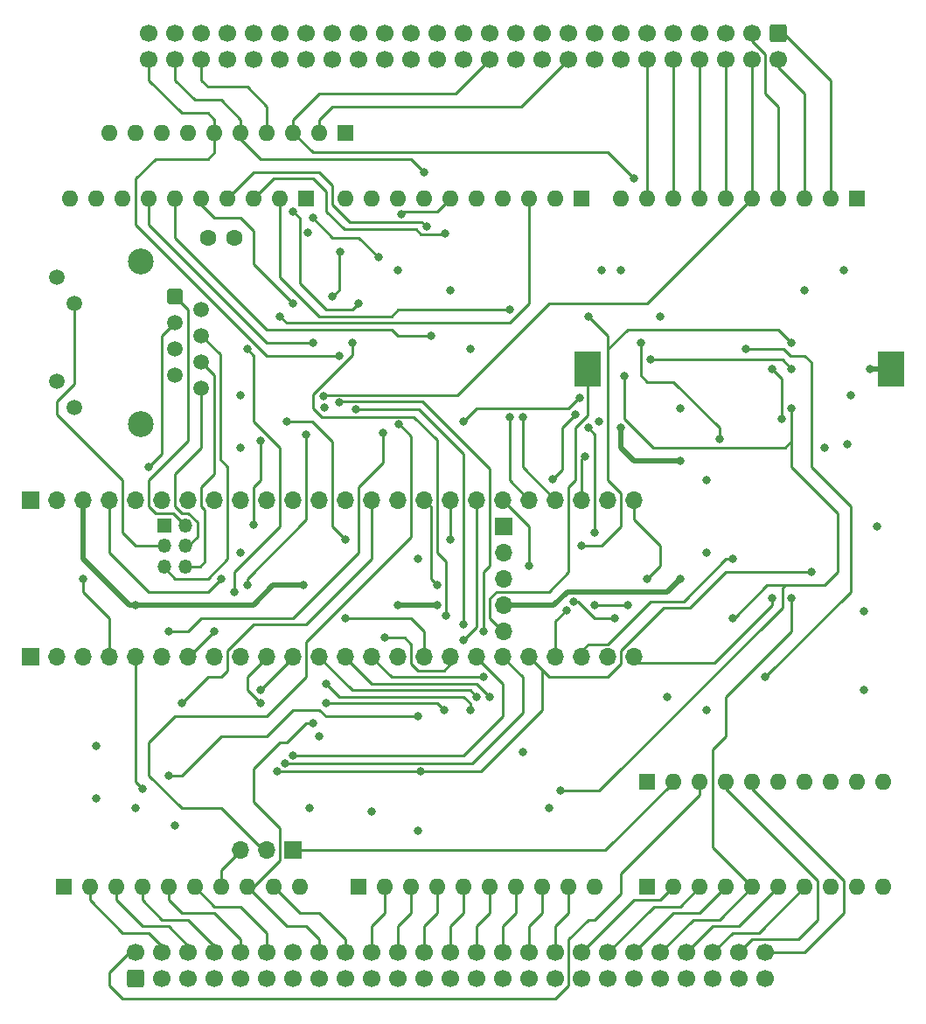
<source format=gbr>
%TF.GenerationSoftware,KiCad,Pcbnew,(6.0.4)*%
%TF.CreationDate,2022-05-21T22:21:05-04:00*%
%TF.ProjectId,pertec_arduino_adapter,70657274-6563-45f6-9172-6475696e6f5f,A*%
%TF.SameCoordinates,Original*%
%TF.FileFunction,Copper,L1,Top*%
%TF.FilePolarity,Positive*%
%FSLAX46Y46*%
G04 Gerber Fmt 4.6, Leading zero omitted, Abs format (unit mm)*
G04 Created by KiCad (PCBNEW (6.0.4)) date 2022-05-21 22:21:05*
%MOMM*%
%LPD*%
G01*
G04 APERTURE LIST*
G04 Aperture macros list*
%AMRoundRect*
0 Rectangle with rounded corners*
0 $1 Rounding radius*
0 $2 $3 $4 $5 $6 $7 $8 $9 X,Y pos of 4 corners*
0 Add a 4 corners polygon primitive as box body*
4,1,4,$2,$3,$4,$5,$6,$7,$8,$9,$2,$3,0*
0 Add four circle primitives for the rounded corners*
1,1,$1+$1,$2,$3*
1,1,$1+$1,$4,$5*
1,1,$1+$1,$6,$7*
1,1,$1+$1,$8,$9*
0 Add four rect primitives between the rounded corners*
20,1,$1+$1,$2,$3,$4,$5,0*
20,1,$1+$1,$4,$5,$6,$7,0*
20,1,$1+$1,$6,$7,$8,$9,0*
20,1,$1+$1,$8,$9,$2,$3,0*%
G04 Aperture macros list end*
%TA.AperFunction,ComponentPad*%
%ADD10RoundRect,0.250500X-0.499500X0.499500X-0.499500X-0.499500X0.499500X-0.499500X0.499500X0.499500X0*%
%TD*%
%TA.AperFunction,ComponentPad*%
%ADD11C,1.500000*%
%TD*%
%TA.AperFunction,ComponentPad*%
%ADD12C,2.500000*%
%TD*%
%TA.AperFunction,ComponentPad*%
%ADD13R,1.700000X1.700000*%
%TD*%
%TA.AperFunction,ComponentPad*%
%ADD14O,1.700000X1.700000*%
%TD*%
%TA.AperFunction,ComponentPad*%
%ADD15RoundRect,0.250000X0.600000X-0.600000X0.600000X0.600000X-0.600000X0.600000X-0.600000X-0.600000X0*%
%TD*%
%TA.AperFunction,ComponentPad*%
%ADD16C,1.700000*%
%TD*%
%TA.AperFunction,ComponentPad*%
%ADD17R,1.350000X1.350000*%
%TD*%
%TA.AperFunction,ComponentPad*%
%ADD18O,1.350000X1.350000*%
%TD*%
%TA.AperFunction,ComponentPad*%
%ADD19R,1.600000X1.600000*%
%TD*%
%TA.AperFunction,ComponentPad*%
%ADD20O,1.600000X1.600000*%
%TD*%
%TA.AperFunction,SMDPad,CuDef*%
%ADD21R,2.540000X3.510000*%
%TD*%
%TA.AperFunction,ComponentPad*%
%ADD22C,1.600000*%
%TD*%
%TA.AperFunction,ComponentPad*%
%ADD23RoundRect,0.250000X-0.600000X0.600000X-0.600000X-0.600000X0.600000X-0.600000X0.600000X0.600000X0*%
%TD*%
%TA.AperFunction,ViaPad*%
%ADD24C,0.800000*%
%TD*%
%TA.AperFunction,Conductor*%
%ADD25C,0.508000*%
%TD*%
%TA.AperFunction,Conductor*%
%ADD26C,0.250000*%
%TD*%
G04 APERTURE END LIST*
D10*
%TO.P,J7,1,TX+*%
%TO.N,ETHERNET_TP*%
X104140000Y-67945000D03*
D11*
%TO.P,J7,2,TXC*%
%TO.N,Net-(C1-Pad1)*%
X106680000Y-69215000D03*
%TO.P,J7,3,TX-*%
%TO.N,ETHERNET_TM*%
X104140000Y-70485000D03*
%TO.P,J7,4,RX+*%
%TO.N,ETHERNET_RP*%
X106680000Y-71755000D03*
%TO.P,J7,5,RXC*%
%TO.N,Net-(C1-Pad1)*%
X104140000Y-73025000D03*
%TO.P,J7,6,RX-*%
%TO.N,ETHERNET_RM*%
X106680000Y-74295000D03*
%TO.P,J7,7,NC*%
%TO.N,unconnected-(J7-Pad7)*%
X104140000Y-75565000D03*
%TO.P,J7,8,GND*%
%TO.N,ETHERNET_G*%
X106680000Y-76835000D03*
%TO.P,J7,9,LEDG_K*%
X92710000Y-66065000D03*
%TO.P,J7,10,LEDG_A*%
%TO.N,ETHERNET_LED*%
X94410000Y-68605000D03*
%TO.P,J7,11,LEDY_K*%
%TO.N,unconnected-(J7-Pad11)*%
X92710000Y-76175000D03*
%TO.P,J7,12,LEDY_A*%
%TO.N,unconnected-(J7-Pad12)*%
X94410000Y-78715000D03*
D12*
%TO.P,J7,13,SHIELD*%
%TO.N,ETHERNET_G*%
X100840000Y-80265000D03*
X100840000Y-64515000D03*
%TD*%
D13*
%TO.P,J4,1,Pin_1*%
%TO.N,+5V*%
X90170000Y-87630000D03*
D14*
%TO.P,J4,2,Pin_2*%
%TO.N,GNDREF*%
X92710000Y-87630000D03*
%TO.P,J4,3,Pin_3*%
%TO.N,+3V3*%
X95250000Y-87630000D03*
%TO.P,J4,4,Pin_4*%
%TO.N,LVIW6*%
X97790000Y-87630000D03*
%TO.P,J4,5,Pin_5*%
%TO.N,LVIW7*%
X100330000Y-87630000D03*
%TO.P,J4,6,Pin_6*%
%TO.N,LVIW4*%
X102870000Y-87630000D03*
%TO.P,J4,7,Pin_7*%
%TO.N,LVIW5*%
X105410000Y-87630000D03*
%TO.P,J4,8,Pin_8*%
%TO.N,LVIR7*%
X107950000Y-87630000D03*
%TO.P,J4,9,Pin_9*%
%TO.N,LVIR6*%
X110490000Y-87630000D03*
%TO.P,J4,10,Pin_10*%
%TO.N,LVIR1*%
X113030000Y-87630000D03*
%TO.P,J4,11,Pin_11*%
%TO.N,LVIR0*%
X115570000Y-87630000D03*
%TO.P,J4,12,Pin_12*%
%TO.N,LVIR4*%
X118110000Y-87630000D03*
%TO.P,J4,13,Pin_13*%
%TO.N,LVIR5*%
X120650000Y-87630000D03*
%TO.P,J4,14,Pin_14*%
%TO.N,LVILWD*%
X123190000Y-87630000D03*
%TO.P,J4,15,Pin_15*%
%TO.N,GNDREF*%
X125730000Y-87630000D03*
%TO.P,J4,16,Pin_16*%
%TO.N,LVIR2*%
X128270000Y-87630000D03*
%TO.P,J4,17,Pin_17*%
%TO.N,LVIR3*%
X130810000Y-87630000D03*
%TO.P,J4,18,Pin_18*%
%TO.N,LVIW2*%
X133350000Y-87630000D03*
%TO.P,J4,19,Pin_19*%
%TO.N,LVIW3*%
X135890000Y-87630000D03*
%TO.P,J4,20,Pin_20*%
%TO.N,LVIWSTR*%
X138430000Y-87630000D03*
%TO.P,J4,21,Pin_21*%
%TO.N,LVIRSTR*%
X140970000Y-87630000D03*
%TO.P,J4,22,Pin_22*%
%TO.N,LVIHER*%
X143510000Y-87630000D03*
%TO.P,J4,23,Pin_23*%
%TO.N,LVICER*%
X146050000Y-87630000D03*
%TO.P,J4,24,Pin_24*%
%TO.N,LVIFBY*%
X148590000Y-87630000D03*
%TD*%
D13*
%TO.P,JP1,1,A*%
%TO.N,Net-(JP1-Pad1)*%
X115570000Y-121545766D03*
D14*
%TO.P,JP1,2,C*%
%TO.N,ISGL*%
X113030000Y-121545766D03*
%TO.P,JP1,3,B*%
%TO.N,Net-(JP1-Pad3)*%
X110490000Y-121545766D03*
%TD*%
D15*
%TO.P,J1,1,Pin_1*%
%TO.N,GNDREF*%
X100325000Y-133985000D03*
D16*
%TO.P,J1,2,Pin_2*%
%TO.N,IFBY*%
X100325000Y-131445000D03*
%TO.P,J1,3,Pin_3*%
%TO.N,GNDREF*%
X102865000Y-133985000D03*
%TO.P,J1,4,Pin_4*%
%TO.N,ILWD*%
X102865000Y-131445000D03*
%TO.P,J1,5,Pin_5*%
%TO.N,GNDREF*%
X105405000Y-133985000D03*
%TO.P,J1,6,Pin_6*%
%TO.N,IW4*%
X105405000Y-131445000D03*
%TO.P,J1,7,Pin_7*%
%TO.N,GNDREF*%
X107945000Y-133985000D03*
%TO.P,J1,8,Pin_8*%
%TO.N,IGO*%
X107945000Y-131445000D03*
%TO.P,J1,9,Pin_9*%
%TO.N,GNDREF*%
X110485000Y-133985000D03*
%TO.P,J1,10,Pin_10*%
%TO.N,IW0*%
X110485000Y-131445000D03*
%TO.P,J1,11,Pin_11*%
%TO.N,GNDREF*%
X113025000Y-133985000D03*
%TO.P,J1,12,Pin_12*%
%TO.N,IW1*%
X113025000Y-131445000D03*
%TO.P,J1,13,Pin_13*%
%TO.N,GNDREF*%
X115565000Y-133985000D03*
%TO.P,J1,14,Pin_14*%
%TO.N,ISGL*%
X115565000Y-131445000D03*
%TO.P,J1,15,Pin_15*%
%TO.N,GNDREF*%
X118105000Y-133985000D03*
%TO.P,J1,16,Pin_16*%
%TO.N,ILOL*%
X118105000Y-131445000D03*
%TO.P,J1,17,Pin_17*%
%TO.N,GNDREF*%
X120645000Y-133985000D03*
%TO.P,J1,18,Pin_18*%
%TO.N,IREV*%
X120645000Y-131445000D03*
%TO.P,J1,19,Pin_19*%
%TO.N,GNDREF*%
X123185000Y-133985000D03*
%TO.P,J1,20,Pin_20*%
%TO.N,IREW*%
X123185000Y-131445000D03*
%TO.P,J1,21,Pin_21*%
%TO.N,GNDREF*%
X125725000Y-133985000D03*
%TO.P,J1,22,Pin_22*%
%TO.N,IWP*%
X125725000Y-131445000D03*
%TO.P,J1,23,Pin_23*%
%TO.N,GNDREF*%
X128265000Y-133985000D03*
%TO.P,J1,24,Pin_24*%
%TO.N,IW7*%
X128265000Y-131445000D03*
%TO.P,J1,25,Pin_25*%
%TO.N,GNDREF*%
X130805000Y-133985000D03*
%TO.P,J1,26,Pin_26*%
%TO.N,IW3*%
X130805000Y-131445000D03*
%TO.P,J1,27,Pin_27*%
%TO.N,GNDREF*%
X133345000Y-133985000D03*
%TO.P,J1,28,Pin_28*%
%TO.N,IW6*%
X133345000Y-131445000D03*
%TO.P,J1,29,Pin_29*%
%TO.N,GNDREF*%
X135885000Y-133985000D03*
%TO.P,J1,30,Pin_30*%
%TO.N,IW2*%
X135885000Y-131445000D03*
%TO.P,J1,31,Pin_31*%
%TO.N,GNDREF*%
X138425000Y-133985000D03*
%TO.P,J1,32,Pin_32*%
%TO.N,IW5*%
X138425000Y-131445000D03*
%TO.P,J1,33,Pin_33*%
%TO.N,GNDREF*%
X140965000Y-133985000D03*
%TO.P,J1,34,Pin_34*%
%TO.N,IWRT*%
X140965000Y-131445000D03*
%TO.P,J1,35,Pin_35*%
%TO.N,GNDREF*%
X143505000Y-133985000D03*
%TO.P,J1,36,Pin_36*%
%TO.N,IRTH2*%
X143505000Y-131445000D03*
%TO.P,J1,37,Pin_37*%
%TO.N,GNDREF*%
X146045000Y-133985000D03*
%TO.P,J1,38,Pin_38*%
%TO.N,IEDIT*%
X146045000Y-131445000D03*
%TO.P,J1,39,Pin_39*%
%TO.N,GNDREF*%
X148585000Y-133985000D03*
%TO.P,J1,40,Pin_40*%
%TO.N,IERASE*%
X148585000Y-131445000D03*
%TO.P,J1,41,Pin_41*%
%TO.N,GNDREF*%
X151125000Y-133985000D03*
%TO.P,J1,42,Pin_42*%
%TO.N,IWFM*%
X151125000Y-131445000D03*
%TO.P,J1,43,Pin_43*%
%TO.N,GNDREF*%
X153665000Y-133985000D03*
%TO.P,J1,44,Pin_44*%
%TO.N,IRTH1*%
X153665000Y-131445000D03*
%TO.P,J1,45,Pin_45*%
%TO.N,GNDREF*%
X156205000Y-133985000D03*
%TO.P,J1,46,Pin_46*%
%TO.N,ITAD0*%
X156205000Y-131445000D03*
%TO.P,J1,47,Pin_47*%
%TO.N,GNDREF*%
X158745000Y-133985000D03*
%TO.P,J1,48,Pin_48*%
%TO.N,IR2*%
X158745000Y-131445000D03*
%TO.P,J1,49,Pin_49*%
%TO.N,GNDREF*%
X161285000Y-133985000D03*
%TO.P,J1,50,Pin_50*%
%TO.N,IR3*%
X161285000Y-131445000D03*
%TD*%
D17*
%TO.P,J3,1,Pin_1*%
%TO.N,ETHERNET_TM*%
X103108000Y-90080000D03*
D18*
%TO.P,J3,2,Pin_2*%
%TO.N,ETHERNET_TP*%
X105108000Y-90080000D03*
%TO.P,J3,3,Pin_3*%
%TO.N,ETHERNET_LED*%
X103108000Y-92080000D03*
%TO.P,J3,4,Pin_4*%
%TO.N,ETHERNET_G*%
X105108000Y-92080000D03*
%TO.P,J3,5,Pin_5*%
%TO.N,ETHERNET_RP*%
X103108000Y-94080000D03*
%TO.P,J3,6,Pin_6*%
%TO.N,ETHERNET_RM*%
X105108000Y-94080000D03*
%TD*%
D19*
%TO.P,RN5,1,1*%
%TO.N,GNDREF*%
X93345000Y-125095000D03*
D20*
%TO.P,RN5,2,2*%
%TO.N,ILWD*%
X95885000Y-125095000D03*
%TO.P,RN5,3,3*%
%TO.N,IW4*%
X98425000Y-125095000D03*
%TO.P,RN5,4,4*%
%TO.N,IGO*%
X100965000Y-125095000D03*
%TO.P,RN5,5,5*%
%TO.N,IW0*%
X103505000Y-125095000D03*
%TO.P,RN5,6,6*%
%TO.N,IW1*%
X106045000Y-125095000D03*
%TO.P,RN5,7,7*%
%TO.N,Net-(JP1-Pad3)*%
X108585000Y-125095000D03*
%TO.P,RN5,8,8*%
%TO.N,ILOL*%
X111125000Y-125095000D03*
%TO.P,RN5,9,9*%
%TO.N,IREV*%
X113665000Y-125095000D03*
%TO.P,RN5,10,10*%
%TO.N,+5V*%
X116205000Y-125095000D03*
%TD*%
D13*
%TO.P,J5,1,Pin_1*%
%TO.N,GNDREF*%
X90180000Y-102845000D03*
D14*
%TO.P,J5,2,Pin_2*%
%TO.N,LVIFMK*%
X92720000Y-102845000D03*
%TO.P,J5,3,Pin_3*%
%TO.N,LVIRP*%
X95260000Y-102845000D03*
%TO.P,J5,4,Pin_4*%
%TO.N,LVIRDY*%
X97800000Y-102845000D03*
%TO.P,J5,5,Pin_5*%
%TO.N,DIRA*%
X100340000Y-102845000D03*
%TO.P,J5,6,Pin_6*%
%TO.N,LVIDBY*%
X102880000Y-102845000D03*
%TO.P,J5,7,Pin_7*%
%TO.N,~{LPI2C4_INT}*%
X105420000Y-102845000D03*
%TO.P,J5,8,Pin_8*%
%TO.N,LVIGO*%
X107960000Y-102845000D03*
%TO.P,J5,9,Pin_9*%
%TO.N,LVIWP*%
X110500000Y-102845000D03*
%TO.P,J5,10,Pin_10*%
%TO.N,LVIREW*%
X113040000Y-102845000D03*
%TO.P,J5,11,Pin_11*%
%TO.N,LVIREV*%
X115580000Y-102845000D03*
%TO.P,J5,12,Pin_12*%
%TO.N,LVIWRT*%
X118120000Y-102845000D03*
%TO.P,J5,13,Pin_13*%
%TO.N,LVIEDIT*%
X120660000Y-102845000D03*
%TO.P,J5,14,Pin_14*%
%TO.N,LVIERASE*%
X123200000Y-102845000D03*
%TO.P,J5,15,Pin_15*%
%TO.N,+3V3*%
X125740000Y-102845000D03*
%TO.P,J5,16,Pin_16*%
%TO.N,LPI2C4_SCL*%
X128280000Y-102845000D03*
%TO.P,J5,17,Pin_17*%
%TO.N,LPI2C4_SDA*%
X130820000Y-102845000D03*
%TO.P,J5,18,Pin_18*%
%TO.N,LVIW1*%
X133360000Y-102845000D03*
%TO.P,J5,19,Pin_19*%
%TO.N,LVIW0*%
X135900000Y-102845000D03*
%TO.P,J5,20,Pin_20*%
%TO.N,DIRB*%
X138440000Y-102845000D03*
%TO.P,J5,21,Pin_21*%
%TO.N,OEA*%
X140980000Y-102845000D03*
%TO.P,J5,22,Pin_22*%
%TO.N,LVIOFL*%
X143520000Y-102845000D03*
%TO.P,J5,23,Pin_23*%
%TO.N,LVIEOT*%
X146060000Y-102845000D03*
%TO.P,J5,24,Pin_24*%
%TO.N,LVIWFM*%
X148600000Y-102845000D03*
%TD*%
D21*
%TO.P,BT1,1,+*%
%TO.N,Net-(BT1-Pad1)*%
X144070000Y-74930000D03*
%TO.P,BT1,2,-*%
%TO.N,GNDREF*%
X173430000Y-74930000D03*
%TD*%
D19*
%TO.P,RN8,1,1*%
%TO.N,GNDREF*%
X120650000Y-52070000D03*
D20*
%TO.P,RN8,2,2*%
%TO.N,IFEN*%
X118110000Y-52070000D03*
%TO.P,RN8,3,3*%
%TO.N,IOFL*%
X115570000Y-52070000D03*
%TO.P,RN8,4,4*%
%TO.N,ITAD1*%
X113030000Y-52070000D03*
%TO.P,RN8,5,5*%
%TO.N,IFAD*%
X110490000Y-52070000D03*
%TO.P,RN8,6,6*%
%TO.N,IDEN*%
X107950000Y-52070000D03*
%TO.P,RN8,7,7*%
%TO.N,unconnected-(RN8-Pad7)*%
X105410000Y-52070000D03*
%TO.P,RN8,8,8*%
%TO.N,unconnected-(RN8-Pad8)*%
X102870000Y-52070000D03*
%TO.P,RN8,9,9*%
%TO.N,unconnected-(RN8-Pad9)*%
X100330000Y-52070000D03*
%TO.P,RN8,10,10*%
%TO.N,+5V*%
X97790000Y-52070000D03*
%TD*%
D19*
%TO.P,RN1,1,1*%
%TO.N,GNDREF*%
X170175000Y-58420000D03*
D20*
%TO.P,RN1,2,2*%
%TO.N,IRP*%
X167635000Y-58420000D03*
%TO.P,RN1,3,3*%
%TO.N,IR0*%
X165095000Y-58420000D03*
%TO.P,RN1,4,4*%
%TO.N,IR1*%
X162555000Y-58420000D03*
%TO.P,RN1,5,5*%
%TO.N,ILDP*%
X160015000Y-58420000D03*
%TO.P,RN1,6,6*%
%TO.N,IR4*%
X157475000Y-58420000D03*
%TO.P,RN1,7,7*%
%TO.N,IR7*%
X154935000Y-58420000D03*
%TO.P,RN1,8,8*%
%TO.N,IR6*%
X152395000Y-58420000D03*
%TO.P,RN1,9,9*%
%TO.N,IHER*%
X149855000Y-58420000D03*
%TO.P,RN1,10,10*%
%TO.N,+5V*%
X147315000Y-58420000D03*
%TD*%
D19*
%TO.P,RN4,1,1*%
%TO.N,GNDREF*%
X149860000Y-114935000D03*
D20*
%TO.P,RN4,2,2*%
%TO.N,Net-(JP1-Pad1)*%
X152400000Y-114935000D03*
%TO.P,RN4,3,3*%
%TO.N,IFBY*%
X154940000Y-114935000D03*
%TO.P,RN4,4,4*%
%TO.N,IR2*%
X157480000Y-114935000D03*
%TO.P,RN4,5,5*%
%TO.N,IR3*%
X160020000Y-114935000D03*
%TO.P,RN4,6,6*%
%TO.N,unconnected-(RN4-Pad6)*%
X162560000Y-114935000D03*
%TO.P,RN4,7,7*%
%TO.N,unconnected-(RN4-Pad7)*%
X165100000Y-114935000D03*
%TO.P,RN4,8,8*%
%TO.N,unconnected-(RN4-Pad8)*%
X167640000Y-114935000D03*
%TO.P,RN4,9,9*%
%TO.N,unconnected-(RN4-Pad9)*%
X170180000Y-114935000D03*
%TO.P,RN4,10,10*%
%TO.N,+5V*%
X172720000Y-114935000D03*
%TD*%
D19*
%TO.P,RN7,1,1*%
%TO.N,GNDREF*%
X149860000Y-125095000D03*
D20*
%TO.P,RN7,2,2*%
%TO.N,IRTH2*%
X152400000Y-125095000D03*
%TO.P,RN7,3,3*%
%TO.N,IEDIT*%
X154940000Y-125095000D03*
%TO.P,RN7,4,4*%
%TO.N,IERASE*%
X157480000Y-125095000D03*
%TO.P,RN7,5,5*%
%TO.N,IWFM*%
X160020000Y-125095000D03*
%TO.P,RN7,6,6*%
%TO.N,IRTH1*%
X162560000Y-125095000D03*
%TO.P,RN7,7,7*%
%TO.N,ITAD0*%
X165100000Y-125095000D03*
%TO.P,RN7,8,8*%
%TO.N,unconnected-(RN7-Pad8)*%
X167640000Y-125095000D03*
%TO.P,RN7,9,9*%
%TO.N,unconnected-(RN7-Pad9)*%
X170180000Y-125095000D03*
%TO.P,RN7,10,10*%
%TO.N,+5V*%
X172720000Y-125095000D03*
%TD*%
D22*
%TO.P,C1,1*%
%TO.N,Net-(C1-Pad1)*%
X109855000Y-62230000D03*
%TO.P,C1,2*%
%TO.N,ETHERNET_G*%
X107315000Y-62230000D03*
%TD*%
D19*
%TO.P,RN2,1,1*%
%TO.N,GNDREF*%
X143505000Y-58420000D03*
D20*
%TO.P,RN2,2,2*%
%TO.N,IFMK*%
X140965000Y-58420000D03*
%TO.P,RN2,3,3*%
%TO.N,IDENT*%
X138425000Y-58420000D03*
%TO.P,RN2,4,4*%
%TO.N,IR5*%
X135885000Y-58420000D03*
%TO.P,RN2,5,5*%
%TO.N,IEOT*%
X133345000Y-58420000D03*
%TO.P,RN2,6,6*%
%TO.N,INRZ*%
X130805000Y-58420000D03*
%TO.P,RN2,7,7*%
%TO.N,IRDY*%
X128265000Y-58420000D03*
%TO.P,RN2,8,8*%
%TO.N,IRWD*%
X125725000Y-58420000D03*
%TO.P,RN2,9,9*%
%TO.N,IFPT*%
X123185000Y-58420000D03*
%TO.P,RN2,10,10*%
%TO.N,+5V*%
X120645000Y-58420000D03*
%TD*%
D19*
%TO.P,RN3,1,1*%
%TO.N,GNDREF*%
X116840000Y-58420000D03*
D20*
%TO.P,RN3,2,2*%
%TO.N,IRSTR*%
X114300000Y-58420000D03*
%TO.P,RN3,3,3*%
%TO.N,IWSTR*%
X111760000Y-58420000D03*
%TO.P,RN3,4,4*%
%TO.N,IDBY*%
X109220000Y-58420000D03*
%TO.P,RN3,5,5*%
%TO.N,ISPEED*%
X106680000Y-58420000D03*
%TO.P,RN3,6,6*%
%TO.N,ICER*%
X104140000Y-58420000D03*
%TO.P,RN3,7,7*%
%TO.N,IONL*%
X101600000Y-58420000D03*
%TO.P,RN3,8,8*%
%TO.N,unconnected-(RN3-Pad8)*%
X99060000Y-58420000D03*
%TO.P,RN3,9,9*%
%TO.N,unconnected-(RN3-Pad9)*%
X96520000Y-58420000D03*
%TO.P,RN3,10,10*%
%TO.N,+5V*%
X93980000Y-58420000D03*
%TD*%
D13*
%TO.P,J6,1,Pin_1*%
%TO.N,unconnected-(J6-Pad1)*%
X135915000Y-90200000D03*
D14*
%TO.P,J6,2,Pin_2*%
%TO.N,unconnected-(J6-Pad2)*%
X135915000Y-92740000D03*
%TO.P,J6,3,Pin_3*%
%TO.N,GNDREF*%
X135915000Y-95280000D03*
%TO.P,J6,4,Pin_4*%
%TO.N,+3V3*%
X135915000Y-97820000D03*
%TO.P,J6,5,Pin_5*%
%TO.N,Net-(BT1-Pad1)*%
X135915000Y-100360000D03*
%TD*%
D19*
%TO.P,RN6,1,1*%
%TO.N,GNDREF*%
X121920000Y-125095000D03*
D20*
%TO.P,RN6,2,2*%
%TO.N,IREW*%
X124460000Y-125095000D03*
%TO.P,RN6,3,3*%
%TO.N,IWP*%
X127000000Y-125095000D03*
%TO.P,RN6,4,4*%
%TO.N,IW7*%
X129540000Y-125095000D03*
%TO.P,RN6,5,5*%
%TO.N,IW3*%
X132080000Y-125095000D03*
%TO.P,RN6,6,6*%
%TO.N,IW6*%
X134620000Y-125095000D03*
%TO.P,RN6,7,7*%
%TO.N,IW2*%
X137160000Y-125095000D03*
%TO.P,RN6,8,8*%
%TO.N,IW5*%
X139700000Y-125095000D03*
%TO.P,RN6,9,9*%
%TO.N,IWRT*%
X142240000Y-125095000D03*
%TO.P,RN6,10,10*%
%TO.N,+5V*%
X144780000Y-125095000D03*
%TD*%
D23*
%TO.P,J2,1,Pin_1*%
%TO.N,IRP*%
X162565000Y-42427500D03*
D16*
%TO.P,J2,2,Pin_2*%
%TO.N,IR0*%
X162565000Y-44967500D03*
%TO.P,J2,3,Pin_3*%
%TO.N,IR1*%
X160025000Y-42427500D03*
%TO.P,J2,4,Pin_4*%
%TO.N,ILDP*%
X160025000Y-44967500D03*
%TO.P,J2,5,Pin_5*%
%TO.N,GNDREF*%
X157485000Y-42427500D03*
%TO.P,J2,6,Pin_6*%
%TO.N,IR4*%
X157485000Y-44967500D03*
%TO.P,J2,7,Pin_7*%
%TO.N,GNDREF*%
X154945000Y-42427500D03*
%TO.P,J2,8,Pin_8*%
%TO.N,IR7*%
X154945000Y-44967500D03*
%TO.P,J2,9,Pin_9*%
%TO.N,GNDREF*%
X152405000Y-42427500D03*
%TO.P,J2,10,Pin_10*%
%TO.N,IR6*%
X152405000Y-44967500D03*
%TO.P,J2,11,Pin_11*%
%TO.N,GNDREF*%
X149865000Y-42427500D03*
%TO.P,J2,12,Pin_12*%
%TO.N,IHER*%
X149865000Y-44967500D03*
%TO.P,J2,13,Pin_13*%
%TO.N,GNDREF*%
X147325000Y-42427500D03*
%TO.P,J2,14,Pin_14*%
%TO.N,IFMK*%
X147325000Y-44967500D03*
%TO.P,J2,15,Pin_15*%
%TO.N,GNDREF*%
X144785000Y-42427500D03*
%TO.P,J2,16,Pin_16*%
%TO.N,IDENT*%
X144785000Y-44967500D03*
%TO.P,J2,17,Pin_17*%
%TO.N,GNDREF*%
X142245000Y-42427500D03*
%TO.P,J2,18,Pin_18*%
%TO.N,IFEN*%
X142245000Y-44967500D03*
%TO.P,J2,19,Pin_19*%
%TO.N,GNDREF*%
X139705000Y-42427500D03*
%TO.P,J2,20,Pin_20*%
%TO.N,IR5*%
X139705000Y-44967500D03*
%TO.P,J2,21,Pin_21*%
%TO.N,GNDREF*%
X137165000Y-42427500D03*
%TO.P,J2,22,Pin_22*%
%TO.N,IEOT*%
X137165000Y-44967500D03*
%TO.P,J2,23,Pin_23*%
%TO.N,GNDREF*%
X134625000Y-42427500D03*
%TO.P,J2,24,Pin_24*%
%TO.N,IOFL*%
X134625000Y-44967500D03*
%TO.P,J2,25,Pin_25*%
%TO.N,GNDREF*%
X132085000Y-42427500D03*
%TO.P,J2,26,Pin_26*%
%TO.N,INRZ*%
X132085000Y-44967500D03*
%TO.P,J2,27,Pin_27*%
%TO.N,GNDREF*%
X129545000Y-42427500D03*
%TO.P,J2,28,Pin_28*%
%TO.N,IRDY*%
X129545000Y-44967500D03*
%TO.P,J2,29,Pin_29*%
%TO.N,GNDREF*%
X127005000Y-42427500D03*
%TO.P,J2,30,Pin_30*%
%TO.N,IRWD*%
X127005000Y-44967500D03*
%TO.P,J2,31,Pin_31*%
%TO.N,GNDREF*%
X124465000Y-42427500D03*
%TO.P,J2,32,Pin_32*%
%TO.N,IFPT*%
X124465000Y-44967500D03*
%TO.P,J2,33,Pin_33*%
%TO.N,GNDREF*%
X121925000Y-42427500D03*
%TO.P,J2,34,Pin_34*%
%TO.N,IRSTR*%
X121925000Y-44967500D03*
%TO.P,J2,35,Pin_35*%
%TO.N,GNDREF*%
X119385000Y-42427500D03*
%TO.P,J2,36,Pin_36*%
%TO.N,IWSTR*%
X119385000Y-44967500D03*
%TO.P,J2,37,Pin_37*%
%TO.N,GNDREF*%
X116845000Y-42427500D03*
%TO.P,J2,38,Pin_38*%
%TO.N,IDBY*%
X116845000Y-44967500D03*
%TO.P,J2,39,Pin_39*%
%TO.N,GNDREF*%
X114305000Y-42427500D03*
%TO.P,J2,40,Pin_40*%
%TO.N,ISPEED*%
X114305000Y-44967500D03*
%TO.P,J2,41,Pin_41*%
%TO.N,GNDREF*%
X111765000Y-42427500D03*
%TO.P,J2,42,Pin_42*%
%TO.N,ICER*%
X111765000Y-44967500D03*
%TO.P,J2,43,Pin_43*%
%TO.N,GNDREF*%
X109225000Y-42427500D03*
%TO.P,J2,44,Pin_44*%
%TO.N,IONL*%
X109225000Y-44967500D03*
%TO.P,J2,45,Pin_45*%
%TO.N,GNDREF*%
X106685000Y-42427500D03*
%TO.P,J2,46,Pin_46*%
%TO.N,ITAD1*%
X106685000Y-44967500D03*
%TO.P,J2,47,Pin_47*%
%TO.N,GNDREF*%
X104145000Y-42427500D03*
%TO.P,J2,48,Pin_48*%
%TO.N,IFAD*%
X104145000Y-44967500D03*
%TO.P,J2,49,Pin_49*%
%TO.N,GNDREF*%
X101605000Y-42427500D03*
%TO.P,J2,50,Pin_50*%
%TO.N,IDEN*%
X101605000Y-44967500D03*
%TD*%
D24*
%TO.N,GNDREF*%
X155575000Y-92710000D03*
X168910000Y-65405000D03*
X140335000Y-117475000D03*
X170815000Y-106045000D03*
X110490000Y-82550000D03*
X130810000Y-67310000D03*
X145415000Y-65405000D03*
X145187051Y-80065824D03*
X96520000Y-111442500D03*
X169545000Y-77470000D03*
X132715000Y-73025000D03*
X151130000Y-69850000D03*
X167005000Y-82550000D03*
X96520000Y-116522500D03*
X125730000Y-65405000D03*
X117187500Y-117445000D03*
X171450000Y-74930000D03*
X116950845Y-61742612D03*
X127635000Y-119697500D03*
X155575000Y-85725000D03*
X118619395Y-78698131D03*
X170815000Y-98425000D03*
X153035000Y-78740000D03*
X151765000Y-106680000D03*
X118110000Y-110490000D03*
X104140000Y-119134891D03*
X172085000Y-90170000D03*
X137795000Y-112077500D03*
%TO.N,ISGL*%
X125806758Y-80317032D03*
%TO.N,ILOL*%
X116840000Y-81280000D03*
X117475000Y-109220000D03*
X111125000Y-95885000D03*
%TO.N,IRTH2*%
X121661813Y-78837692D03*
X132080000Y-99695000D03*
%TO.N,IWFM*%
X163830000Y-97155000D03*
%TO.N,IRTH1*%
X120015000Y-78209670D03*
X133985000Y-100330000D03*
%TO.N,ITAD0*%
X121285000Y-72390000D03*
X130397734Y-98846081D03*
%TO.N,ILDP*%
X118549615Y-77567692D03*
%TO.N,IDENT*%
X114300000Y-69850000D03*
%TO.N,IFEN*%
X121920000Y-68580000D03*
X115570000Y-59690000D03*
%TO.N,IOFL*%
X156844999Y-81698681D03*
X149225000Y-72390000D03*
X148590000Y-56515000D03*
%TO.N,INRZ*%
X126085879Y-59984150D03*
%TO.N,IFPT*%
X119380000Y-67945000D03*
X120158138Y-63634431D03*
%TO.N,IRSTR*%
X136525000Y-69215000D03*
%TO.N,IWSTR*%
X130299530Y-61837620D03*
%TO.N,IDBY*%
X128474509Y-61193495D03*
%TO.N,ISPEED*%
X115570000Y-68580000D03*
%TO.N,ICER*%
X128905000Y-71755000D03*
X159385000Y-73025000D03*
X161290000Y-104775000D03*
%TO.N,IONL*%
X117475000Y-72390000D03*
%TO.N,ITAD1*%
X117475000Y-60325000D03*
X123825000Y-64135000D03*
%TO.N,IFAD*%
X128270000Y-55880000D03*
%TO.N,IDEN*%
X120015000Y-73660000D03*
%TO.N,+3V3*%
X116537812Y-95914251D03*
X147320000Y-80645000D03*
X153035000Y-83820000D03*
X125730000Y-97790000D03*
X129540000Y-97790000D03*
X153035000Y-95250000D03*
X100330000Y-97790000D03*
%TO.N,ETHERNET_TM*%
X101600000Y-84455000D03*
%TO.N,+5V*%
X100330000Y-117475000D03*
X123190000Y-117792500D03*
X147320000Y-65405000D03*
X110490000Y-92710000D03*
X110490000Y-77470000D03*
X127635000Y-93345000D03*
X165100000Y-67310000D03*
X169227500Y-82232500D03*
X155575000Y-107950000D03*
%TO.N,Net-(Q1-Pad3)*%
X111744731Y-90057993D03*
X112395000Y-81915000D03*
%TO.N,LVIW6*%
X130175000Y-107950000D03*
X118745000Y-107315000D03*
X108585000Y-95250000D03*
%TO.N,Net-(Q2-Pad3)*%
X114935000Y-80010000D03*
X120650000Y-91440000D03*
%TO.N,LVIW7*%
X103505000Y-114300000D03*
X127635000Y-108585000D03*
%TO.N,LVIW5*%
X132715000Y-107950000D03*
X118745000Y-105410000D03*
%TO.N,LVIR1*%
X162846098Y-79751813D03*
X161925000Y-74930000D03*
%TO.N,LVIR5*%
X142875000Y-79375000D03*
X140655989Y-85627307D03*
%TO.N,LVILWD*%
X104775000Y-107315000D03*
%TO.N,LVIR2*%
X129540000Y-95885000D03*
X147955000Y-97790000D03*
X144780000Y-97790000D03*
%TO.N,LVIR3*%
X142709521Y-97452064D03*
X146685000Y-99060000D03*
X130810000Y-91440000D03*
%TO.N,LVIW2*%
X132059065Y-101216208D03*
%TO.N,LVIW3*%
X138430000Y-93980000D03*
%TO.N,LVIWSTR*%
X136552912Y-79654120D03*
%TO.N,LVIRSTR*%
X137795000Y-79612252D03*
%TO.N,LVIHER*%
X143789120Y-83394340D03*
%TO.N,LVIFBY*%
X149860000Y-95250000D03*
%TO.N,LVIFMK*%
X132080000Y-80010000D03*
X143330897Y-77723534D03*
%TO.N,LVIRP*%
X150146098Y-74022857D03*
X163830000Y-74930000D03*
%TO.N,LVIRDY*%
X95250000Y-95250000D03*
%TO.N,DIRA*%
X100965000Y-115570000D03*
X158115000Y-99060000D03*
X141441709Y-115794974D03*
X163830000Y-78740000D03*
X147634010Y-75669670D03*
%TO.N,LVIDBY*%
X124278571Y-81175329D03*
X103505000Y-100330000D03*
%TO.N,~{LPI2C4_INT}*%
X109855000Y-96520000D03*
X107950000Y-100330000D03*
X111125000Y-73025000D03*
%TO.N,LVIREW*%
X112395000Y-107315000D03*
%TO.N,LVIREV*%
X112395000Y-106045000D03*
%TO.N,LVIWRT*%
X133350000Y-106680000D03*
%TO.N,LVIEDIT*%
X134620000Y-106680000D03*
%TO.N,LVIERASE*%
X133985000Y-104775000D03*
%TO.N,LPI2C4_SCL*%
X120650000Y-99060000D03*
%TO.N,LPI2C4_SDA*%
X124460000Y-100965000D03*
%TO.N,LVIW1*%
X115570000Y-112395000D03*
%TO.N,LVIW0*%
X114823351Y-113148626D03*
%TO.N,DIRB*%
X127930309Y-113895274D03*
X114055769Y-113881318D03*
X165735000Y-94615000D03*
%TO.N,OEA*%
X142047605Y-98297401D03*
X144145000Y-69850000D03*
X163830000Y-72390000D03*
X143510000Y-92075000D03*
%TO.N,LVIOFL*%
X158115000Y-93345000D03*
%TO.N,LVIEOT*%
X144780000Y-90805000D03*
X144145000Y-80645000D03*
%TO.N,LVIWFM*%
X161925000Y-97155000D03*
%TD*%
D25*
%TO.N,GNDREF*%
X173430000Y-74930000D02*
X171450000Y-74930000D01*
D26*
%TO.N,IFBY*%
X99060000Y-135890000D02*
X140970000Y-135890000D01*
X147320000Y-125730000D02*
X147320000Y-123825000D01*
X97790000Y-133350000D02*
X97790000Y-134620000D01*
X147320000Y-123825000D02*
X154940000Y-116205000D01*
X154940000Y-116205000D02*
X154940000Y-114935000D01*
X140970000Y-135890000D02*
X142240000Y-134620000D01*
X99695000Y-131445000D02*
X97790000Y-133350000D01*
X144780000Y-128270000D02*
X147320000Y-125730000D01*
X142240000Y-130175000D02*
X144145000Y-128270000D01*
X97790000Y-134620000D02*
X99060000Y-135890000D01*
X142240000Y-134620000D02*
X142240000Y-130175000D01*
X144145000Y-128270000D02*
X144780000Y-128270000D01*
%TO.N,ILWD*%
X99060000Y-129540000D02*
X101600000Y-129540000D01*
X95885000Y-126365000D02*
X99060000Y-129540000D01*
X95885000Y-125095000D02*
X95885000Y-126365000D01*
X101600000Y-129540000D02*
X102870000Y-130810000D01*
%TO.N,IW4*%
X103505000Y-128905000D02*
X105410000Y-130810000D01*
X98425000Y-125095000D02*
X98425000Y-126365000D01*
X98425000Y-126365000D02*
X100965000Y-128905000D01*
X100965000Y-128905000D02*
X103505000Y-128905000D01*
%TO.N,IGO*%
X100965000Y-126365000D02*
X102870000Y-128270000D01*
X105410000Y-128270000D02*
X107950000Y-130810000D01*
X102870000Y-128270000D02*
X105410000Y-128270000D01*
X100965000Y-125095000D02*
X100965000Y-126365000D01*
%TO.N,IW0*%
X107950000Y-127635000D02*
X110490000Y-130175000D01*
X103505000Y-126365000D02*
X104775000Y-127635000D01*
X103505000Y-125095000D02*
X103505000Y-126365000D01*
X110490000Y-130175000D02*
X110490000Y-131445000D01*
X104775000Y-127635000D02*
X107950000Y-127635000D01*
%TO.N,IW1*%
X110490000Y-127000000D02*
X113030000Y-129540000D01*
X113030000Y-129540000D02*
X113030000Y-131445000D01*
X106045000Y-125095000D02*
X107950000Y-127000000D01*
X107950000Y-127000000D02*
X110490000Y-127000000D01*
%TO.N,ISGL*%
X101600000Y-114300000D02*
X104775000Y-117475000D01*
X108585000Y-117475000D02*
X112478736Y-121368736D01*
X127000000Y-81468407D02*
X127000000Y-91248005D01*
X116840000Y-101408005D02*
X116840000Y-104775000D01*
X125848625Y-80317032D02*
X127000000Y-81468407D01*
X113030000Y-108585000D02*
X104140000Y-108585000D01*
X104775000Y-117475000D02*
X108585000Y-117475000D01*
X127000000Y-91248005D02*
X116840000Y-101408005D01*
X116840000Y-104775000D02*
X113030000Y-108585000D01*
X104140000Y-108585000D02*
X101600000Y-111125000D01*
X101600000Y-111125000D02*
X101600000Y-114300000D01*
X125806758Y-80317032D02*
X125848625Y-80317032D01*
%TO.N,ILOL*%
X116840000Y-109220000D02*
X114935000Y-111125000D01*
X117475000Y-109220000D02*
X116840000Y-109220000D01*
X116840000Y-89535000D02*
X111125000Y-95250000D01*
X111760000Y-113665000D02*
X111760000Y-116840000D01*
X116840000Y-81280000D02*
X116840000Y-89535000D01*
X111125000Y-95250000D02*
X111125000Y-95885000D01*
X111125000Y-125095000D02*
X114935000Y-128905000D01*
X114935000Y-111125000D02*
X114300000Y-111125000D01*
X118110000Y-130175000D02*
X118110000Y-131445000D01*
X114300000Y-111125000D02*
X111760000Y-113665000D01*
X114300000Y-122555000D02*
X111760000Y-125095000D01*
X114300000Y-119380000D02*
X114300000Y-122555000D01*
X116840000Y-128905000D02*
X118110000Y-130175000D01*
X111760000Y-116840000D02*
X114300000Y-119380000D01*
X114935000Y-128905000D02*
X116840000Y-128905000D01*
%TO.N,IREV*%
X113665000Y-125095000D02*
X116205000Y-127635000D01*
X120650000Y-130175000D02*
X120650000Y-131445000D01*
X118110000Y-127635000D02*
X120650000Y-130175000D01*
X116205000Y-127635000D02*
X118110000Y-127635000D01*
%TO.N,IREW*%
X124460000Y-127635000D02*
X123190000Y-128905000D01*
X124460000Y-125095000D02*
X124460000Y-127635000D01*
X123190000Y-128905000D02*
X123190000Y-131445000D01*
%TO.N,IWP*%
X125730000Y-128905000D02*
X125730000Y-131445000D01*
X127000000Y-125095000D02*
X127000000Y-127635000D01*
X127000000Y-127635000D02*
X125730000Y-128905000D01*
%TO.N,IW7*%
X128270000Y-128905000D02*
X128270000Y-131445000D01*
X129540000Y-127635000D02*
X128270000Y-128905000D01*
X129540000Y-125095000D02*
X129540000Y-127635000D01*
%TO.N,IW3*%
X132080000Y-125095000D02*
X132080000Y-127635000D01*
X132080000Y-127635000D02*
X130810000Y-128905000D01*
X130810000Y-128905000D02*
X130810000Y-131445000D01*
%TO.N,IW6*%
X134620000Y-127635000D02*
X133350000Y-128905000D01*
X133350000Y-128905000D02*
X133350000Y-131445000D01*
X134620000Y-125095000D02*
X134620000Y-127635000D01*
%TO.N,IW2*%
X137160000Y-125095000D02*
X137160000Y-127635000D01*
X137160000Y-127635000D02*
X135890000Y-128905000D01*
X135890000Y-128905000D02*
X135890000Y-131445000D01*
%TO.N,IW5*%
X139700000Y-127635000D02*
X138430000Y-128905000D01*
X138430000Y-128905000D02*
X138430000Y-131445000D01*
X139700000Y-125095000D02*
X139700000Y-127635000D01*
%TO.N,IWRT*%
X142240000Y-127635000D02*
X140970000Y-128905000D01*
X140970000Y-128905000D02*
X140970000Y-131445000D01*
X142240000Y-125095000D02*
X142240000Y-127635000D01*
%TO.N,IRTH2*%
X121661813Y-78837692D02*
X127746648Y-78837692D01*
X152400000Y-125095000D02*
X151130000Y-126365000D01*
X132080000Y-83171044D02*
X132080000Y-99695000D01*
X151130000Y-126365000D02*
X148590000Y-126365000D01*
X148590000Y-126365000D02*
X143510000Y-131445000D01*
X127746648Y-78837692D02*
X132080000Y-83171044D01*
%TO.N,IEDIT*%
X150495000Y-127000000D02*
X146050000Y-131445000D01*
X154940000Y-125095000D02*
X153035000Y-127000000D01*
X153035000Y-127000000D02*
X150495000Y-127000000D01*
%TO.N,IERASE*%
X152400000Y-127635000D02*
X148590000Y-131445000D01*
X157480000Y-125095000D02*
X154940000Y-127635000D01*
X154940000Y-127635000D02*
X152400000Y-127635000D01*
%TO.N,IWFM*%
X154305000Y-128270000D02*
X151130000Y-131445000D01*
X156210000Y-111760000D02*
X157480000Y-110490000D01*
X156845000Y-128270000D02*
X154305000Y-128270000D01*
X160020000Y-125095000D02*
X156845000Y-128270000D01*
X163830000Y-100330000D02*
X163830000Y-97155000D01*
X156210000Y-121285000D02*
X156210000Y-111760000D01*
X157480000Y-110490000D02*
X157480000Y-106680000D01*
X160020000Y-125095000D02*
X156210000Y-121285000D01*
X157480000Y-106680000D02*
X163830000Y-100330000D01*
%TO.N,IRTH1*%
X133985000Y-94615000D02*
X133985000Y-100330000D01*
X134620000Y-84636429D02*
X134620000Y-93980000D01*
X134620000Y-93980000D02*
X133985000Y-94615000D01*
X120119670Y-78105000D02*
X128088571Y-78105000D01*
X162560000Y-125095000D02*
X158750000Y-128905000D01*
X158750000Y-128905000D02*
X156210000Y-128905000D01*
X120015000Y-78209670D02*
X120119670Y-78105000D01*
X128088571Y-78105000D02*
X134620000Y-84636429D01*
X156210000Y-128905000D02*
X153670000Y-131445000D01*
%TO.N,ITAD0*%
X117475000Y-77390625D02*
X121285000Y-73580625D01*
X130375581Y-98823928D02*
X130375581Y-93545581D01*
X129540000Y-81859175D02*
X127272143Y-79591318D01*
X160655000Y-129540000D02*
X158115000Y-129540000D01*
X117475000Y-78740000D02*
X117475000Y-77390625D01*
X129540000Y-92710000D02*
X129540000Y-81859175D01*
X165100000Y-125095000D02*
X160655000Y-129540000D01*
X118326318Y-79591318D02*
X117475000Y-78740000D01*
X130375581Y-93545581D02*
X129540000Y-92710000D01*
X121285000Y-73580625D02*
X121285000Y-72390000D01*
X158115000Y-129540000D02*
X156210000Y-131445000D01*
X130397734Y-98846081D02*
X130375581Y-98823928D01*
X127272143Y-79591318D02*
X118326318Y-79591318D01*
%TO.N,IR2*%
X160015000Y-130175000D02*
X164465000Y-130175000D01*
X158745000Y-131445000D02*
X160015000Y-130175000D01*
X166370000Y-124460000D02*
X157480000Y-115570000D01*
X166370000Y-128270000D02*
X166370000Y-124460000D01*
X164465000Y-130175000D02*
X166370000Y-128270000D01*
%TO.N,IR3*%
X165100000Y-131445000D02*
X168910000Y-127635000D01*
X161285000Y-131445000D02*
X165100000Y-131445000D01*
X168910000Y-127635000D02*
X168910000Y-124460000D01*
X168910000Y-124460000D02*
X160020000Y-115570000D01*
%TO.N,IRP*%
X167640000Y-46990000D02*
X167640000Y-58420000D01*
X163077500Y-42427500D02*
X167640000Y-46990000D01*
%TO.N,IR0*%
X165100000Y-48260000D02*
X165100000Y-58420000D01*
X162565000Y-45725000D02*
X165100000Y-48260000D01*
X162565000Y-44967500D02*
X162565000Y-45725000D01*
%TO.N,IR1*%
X162560000Y-49530000D02*
X162560000Y-58420000D01*
X160025000Y-42427500D02*
X160025000Y-43185000D01*
X161290000Y-48260000D02*
X162560000Y-49530000D01*
X160025000Y-43185000D02*
X161290000Y-44450000D01*
X161290000Y-44450000D02*
X161290000Y-48260000D01*
%TO.N,ILDP*%
X118647307Y-77470000D02*
X131445000Y-77470000D01*
X160025000Y-44967500D02*
X160025000Y-58415000D01*
X149860000Y-68580000D02*
X160020000Y-58420000D01*
X118549615Y-77567692D02*
X118647307Y-77470000D01*
X140335000Y-68580000D02*
X149860000Y-68580000D01*
X131445000Y-77470000D02*
X140335000Y-68580000D01*
%TO.N,IR4*%
X157485000Y-44967500D02*
X157485000Y-58415000D01*
%TO.N,IR7*%
X154945000Y-44967500D02*
X154945000Y-58415000D01*
%TO.N,IR6*%
X152405000Y-44967500D02*
X152405000Y-58415000D01*
%TO.N,IHER*%
X149865000Y-44967500D02*
X149865000Y-58415000D01*
%TO.N,IDENT*%
X114935000Y-70485000D02*
X136525000Y-70485000D01*
X114300000Y-69850000D02*
X114935000Y-70485000D01*
X138425000Y-58420000D02*
X138425000Y-68585000D01*
X138425000Y-68585000D02*
X136525000Y-70485000D01*
%TO.N,IFEN*%
X121285000Y-69215000D02*
X118745000Y-69215000D01*
X118110000Y-50800000D02*
X118110000Y-52070000D01*
X118745000Y-69215000D02*
X116205000Y-66675000D01*
X121920000Y-68580000D02*
X121285000Y-69215000D01*
X137682500Y-49530000D02*
X119380000Y-49530000D01*
X116205000Y-66675000D02*
X116205000Y-60325000D01*
X119380000Y-49530000D02*
X118110000Y-50800000D01*
X116205000Y-60325000D02*
X115570000Y-59690000D01*
X142245000Y-44967500D02*
X137682500Y-49530000D01*
%TO.N,IOFL*%
X152400000Y-76200000D02*
X149860000Y-76200000D01*
X156844999Y-80644999D02*
X152400000Y-76200000D01*
X149225000Y-75565000D02*
X149225000Y-72390000D01*
X156844999Y-81698681D02*
X156844999Y-80644999D01*
X148590000Y-56515000D02*
X146050000Y-53975000D01*
X134625000Y-44967500D02*
X131332500Y-48260000D01*
X115570000Y-50800000D02*
X115570000Y-52070000D01*
X149860000Y-76200000D02*
X149225000Y-75565000D01*
X117475000Y-53975000D02*
X115570000Y-52070000D01*
X118110000Y-48260000D02*
X115570000Y-50800000D01*
X131332500Y-48260000D02*
X118110000Y-48260000D01*
X146050000Y-53975000D02*
X117475000Y-53975000D01*
%TO.N,INRZ*%
X129540000Y-59690000D02*
X130810000Y-58420000D01*
X126085879Y-59984150D02*
X126380029Y-59690000D01*
X126380029Y-59690000D02*
X129540000Y-59690000D01*
%TO.N,IFPT*%
X120015000Y-63777569D02*
X120158138Y-63634431D01*
X120015000Y-67310000D02*
X120015000Y-63777569D01*
X119380000Y-67945000D02*
X120015000Y-67310000D01*
%TO.N,IRSTR*%
X114300000Y-66040000D02*
X114300000Y-58420000D01*
X118110000Y-69850000D02*
X114300000Y-66040000D01*
X125095000Y-69850000D02*
X118110000Y-69850000D01*
X136525000Y-69215000D02*
X125730000Y-69215000D01*
X125730000Y-69215000D02*
X125095000Y-69850000D01*
%TO.N,IWSTR*%
X127443909Y-61451145D02*
X120506145Y-61451145D01*
X130213647Y-61923503D02*
X127916267Y-61923503D01*
X117475000Y-56515000D02*
X113665000Y-56515000D01*
X118745000Y-57785000D02*
X117475000Y-56515000D01*
X118745000Y-59690000D02*
X118745000Y-57785000D01*
X113665000Y-56515000D02*
X111760000Y-58420000D01*
X127916267Y-61923503D02*
X127443909Y-61451145D01*
X130299530Y-61837620D02*
X130213647Y-61923503D01*
X120506145Y-61451145D02*
X118745000Y-59690000D01*
%TO.N,IDBY*%
X119380000Y-59055000D02*
X119380000Y-57150000D01*
X111760000Y-55880000D02*
X109220000Y-58420000D01*
X121067607Y-60742607D02*
X119380000Y-59055000D01*
X118110000Y-55880000D02*
X111760000Y-55880000D01*
X128023621Y-60742607D02*
X121067607Y-60742607D01*
X128474509Y-61193495D02*
X128023621Y-60742607D01*
X119380000Y-57150000D02*
X118110000Y-55880000D01*
%TO.N,ISPEED*%
X115570000Y-68580000D02*
X111760000Y-64770000D01*
X107950000Y-60325000D02*
X106680000Y-59055000D01*
X111760000Y-64770000D02*
X111760000Y-61595000D01*
X110490000Y-60325000D02*
X107950000Y-60325000D01*
X111760000Y-61595000D02*
X110490000Y-60325000D01*
%TO.N,ICER*%
X165735000Y-84455000D02*
X165735000Y-74295000D01*
X104140000Y-62230000D02*
X104140000Y-58420000D01*
X169545000Y-88265000D02*
X165735000Y-84455000D01*
X169545000Y-96520000D02*
X169545000Y-88265000D01*
X128905000Y-71755000D02*
X125730000Y-71755000D01*
X125095000Y-71120000D02*
X113030000Y-71120000D01*
X113030000Y-71120000D02*
X104140000Y-62230000D01*
X165100000Y-73660000D02*
X163711374Y-73660000D01*
X163076374Y-73025000D02*
X159385000Y-73025000D01*
X165735000Y-74295000D02*
X165100000Y-73660000D01*
X125730000Y-71755000D02*
X125095000Y-71120000D01*
X163711374Y-73660000D02*
X163076374Y-73025000D01*
X161290000Y-104775000D02*
X169545000Y-96520000D01*
%TO.N,IONL*%
X117475000Y-72390000D02*
X113030000Y-72390000D01*
X101600000Y-60960000D02*
X101600000Y-58420000D01*
X113030000Y-72390000D02*
X101600000Y-60960000D01*
%TO.N,ITAD1*%
X113030000Y-49530000D02*
X113030000Y-52070000D01*
X111125000Y-47625000D02*
X113030000Y-49530000D01*
X119380000Y-62230000D02*
X121920000Y-62230000D01*
X106685000Y-46985000D02*
X107325000Y-47625000D01*
X117475000Y-60325000D02*
X119380000Y-62230000D01*
X106685000Y-44967500D02*
X106685000Y-46985000D01*
X121920000Y-62230000D02*
X123825000Y-64135000D01*
X107325000Y-47625000D02*
X111125000Y-47625000D01*
%TO.N,IFAD*%
X108585000Y-48895000D02*
X110490000Y-50800000D01*
X104145000Y-44967500D02*
X104145000Y-46995000D01*
X128270000Y-55880000D02*
X127000000Y-54610000D01*
X112395000Y-54610000D02*
X110490000Y-52705000D01*
X104145000Y-46995000D02*
X106045000Y-48895000D01*
X106045000Y-48895000D02*
X108585000Y-48895000D01*
X110490000Y-50800000D02*
X110490000Y-52070000D01*
X127000000Y-54610000D02*
X112395000Y-54610000D01*
%TO.N,IDEN*%
X107315000Y-50165000D02*
X107950000Y-50800000D01*
X100330000Y-60960000D02*
X100330000Y-56515000D01*
X101605000Y-44967500D02*
X101605000Y-46995000D01*
X120015000Y-73660000D02*
X113030000Y-73660000D01*
X104775000Y-50165000D02*
X107315000Y-50165000D01*
X102235000Y-54610000D02*
X107315000Y-54610000D01*
X107950000Y-50800000D02*
X107950000Y-52070000D01*
X113030000Y-73660000D02*
X100330000Y-60960000D01*
X107950000Y-53975000D02*
X107950000Y-52070000D01*
X107315000Y-54610000D02*
X107950000Y-53975000D01*
X100330000Y-56515000D02*
X102235000Y-54610000D01*
X101605000Y-46995000D02*
X104775000Y-50165000D01*
%TO.N,Net-(BT1-Pad1)*%
X142875000Y-85725000D02*
X142240000Y-86360000D01*
X134620000Y-99060000D02*
X135890000Y-100330000D01*
X144070000Y-74930000D02*
X144070000Y-79450000D01*
X142875000Y-80645000D02*
X142875000Y-85725000D01*
X144070000Y-79450000D02*
X142875000Y-80645000D01*
X134620000Y-97155000D02*
X134620000Y-99060000D01*
X142240000Y-94615000D02*
X140335000Y-96520000D01*
X140335000Y-96520000D02*
X135255000Y-96520000D01*
X142240000Y-86360000D02*
X142240000Y-94615000D01*
X135255000Y-96520000D02*
X134620000Y-97155000D01*
D25*
%TO.N,+3V3*%
X125730000Y-97790000D02*
X129540000Y-97790000D01*
X151765000Y-96520000D02*
X153035000Y-95250000D01*
X135915000Y-97820000D02*
X140795000Y-97820000D01*
X113635749Y-95914251D02*
X116537812Y-95914251D01*
X142095000Y-96520000D02*
X151765000Y-96520000D01*
X147320000Y-80645000D02*
X147320000Y-82550000D01*
X100330000Y-97790000D02*
X111760000Y-97790000D01*
X111760000Y-97790000D02*
X113635749Y-95914251D01*
X148590000Y-83820000D02*
X153035000Y-83820000D01*
X95250000Y-87630000D02*
X95250000Y-93345000D01*
X99695000Y-97790000D02*
X100330000Y-97790000D01*
X147320000Y-82550000D02*
X148590000Y-83820000D01*
X95250000Y-93345000D02*
X99695000Y-97790000D01*
X140795000Y-97820000D02*
X142095000Y-96520000D01*
D26*
%TO.N,ETHERNET_TM*%
X102870000Y-71755000D02*
X104140000Y-70485000D01*
X101600000Y-84455000D02*
X102870000Y-83185000D01*
X102870000Y-83185000D02*
X102870000Y-71755000D01*
%TO.N,ETHERNET_TP*%
X105410000Y-69215000D02*
X104140000Y-67945000D01*
X102235000Y-88900000D02*
X101600000Y-88265000D01*
X105410000Y-81915000D02*
X105410000Y-69215000D01*
X105108000Y-90080000D02*
X103928000Y-88900000D01*
X101600000Y-85725000D02*
X105410000Y-81915000D01*
X103928000Y-88900000D02*
X102235000Y-88900000D01*
X101600000Y-88265000D02*
X101600000Y-85725000D01*
%TO.N,ETHERNET_LED*%
X92710000Y-79375000D02*
X99060000Y-85725000D01*
X99060000Y-85725000D02*
X99060000Y-90805000D01*
X100330000Y-92075000D02*
X102870000Y-92075000D01*
X92710000Y-78105000D02*
X92710000Y-79375000D01*
X99060000Y-90805000D02*
X100330000Y-92075000D01*
X94410000Y-76405000D02*
X92710000Y-78105000D01*
X94410000Y-68605000D02*
X94410000Y-76405000D01*
%TO.N,ETHERNET_G*%
X106299142Y-91185858D02*
X106299142Y-89803526D01*
X104140000Y-88293767D02*
X104140000Y-85090000D01*
X104760616Y-88914384D02*
X104140000Y-88293767D01*
X105410000Y-88914384D02*
X104760616Y-88914384D01*
X105405000Y-92080000D02*
X106299142Y-91185858D01*
X104140000Y-85090000D02*
X106680000Y-82550000D01*
X106680000Y-82550000D02*
X106680000Y-76835000D01*
X106299142Y-89803526D02*
X105410000Y-88914384D01*
%TO.N,ETHERNET_RP*%
X108479256Y-83714256D02*
X108479256Y-73554256D01*
X109220000Y-93345000D02*
X109220000Y-84455000D01*
X103108000Y-94218000D02*
X104140000Y-95250000D01*
X107315000Y-95250000D02*
X109220000Y-93345000D01*
X109220000Y-84455000D02*
X108479256Y-83714256D01*
X108479256Y-73554256D02*
X106680000Y-71755000D01*
X104140000Y-95250000D02*
X107315000Y-95250000D01*
%TO.N,ETHERNET_RM*%
X107950000Y-85090000D02*
X107950000Y-75565000D01*
X106680000Y-88265000D02*
X106680000Y-86360000D01*
X107031377Y-93628623D02*
X107031377Y-88616377D01*
X107031377Y-88616377D02*
X106680000Y-88265000D01*
X107950000Y-75565000D02*
X106680000Y-74295000D01*
X105108000Y-94080000D02*
X106580000Y-94080000D01*
X106680000Y-86360000D02*
X107950000Y-85090000D01*
X106580000Y-94080000D02*
X107031377Y-93628623D01*
%TO.N,Net-(Q1-Pad3)*%
X111744731Y-90057993D02*
X111760000Y-90042724D01*
X111760000Y-90042724D02*
X111760000Y-86360000D01*
X111760000Y-86360000D02*
X112395000Y-85725000D01*
X112395000Y-85725000D02*
X112395000Y-81915000D01*
%TO.N,LVIW6*%
X107315000Y-96520000D02*
X101600000Y-96520000D01*
X97790000Y-92710000D02*
X97790000Y-87630000D01*
X129540000Y-107315000D02*
X118745000Y-107315000D01*
X130175000Y-107950000D02*
X129540000Y-107315000D01*
X108585000Y-95250000D02*
X107315000Y-96520000D01*
X101600000Y-96520000D02*
X97790000Y-92710000D01*
%TO.N,Net-(Q2-Pad3)*%
X114935000Y-80010000D02*
X117391264Y-80010000D01*
X119380000Y-81998736D02*
X119380000Y-90170000D01*
X117391264Y-80010000D02*
X119380000Y-81998736D01*
X119380000Y-90170000D02*
X120650000Y-91440000D01*
%TO.N,LVIW7*%
X103505000Y-114300000D02*
X104775000Y-114300000D01*
X113030000Y-110490000D02*
X115570000Y-107950000D01*
X108585000Y-110490000D02*
X113030000Y-110490000D01*
X115570000Y-107950000D02*
X118110000Y-107950000D01*
X118110000Y-107950000D02*
X118745000Y-108585000D01*
X104775000Y-114300000D02*
X108585000Y-110490000D01*
X118745000Y-108585000D02*
X127635000Y-108585000D01*
%TO.N,LVIW5*%
X132080000Y-106680000D02*
X120015000Y-106680000D01*
X132715000Y-107950000D02*
X132715000Y-107315000D01*
X120015000Y-106680000D02*
X118745000Y-105410000D01*
X132715000Y-107315000D02*
X132080000Y-106680000D01*
%TO.N,LVIR1*%
X162846098Y-75851098D02*
X161925000Y-74930000D01*
X162846098Y-79751813D02*
X162846098Y-75851098D01*
%TO.N,LVIR5*%
X141605000Y-84678296D02*
X141605000Y-80645000D01*
X140655989Y-85627307D02*
X141605000Y-84678296D01*
X141605000Y-80645000D02*
X142875000Y-79375000D01*
%TO.N,LVILWD*%
X104775000Y-107315000D02*
X107315000Y-104775000D01*
X108585000Y-104775000D02*
X109220000Y-104140000D01*
X111760000Y-99695000D02*
X116854596Y-99695000D01*
X109220000Y-104140000D02*
X109220000Y-102235000D01*
X116854596Y-99695000D02*
X123190000Y-93359596D01*
X107315000Y-104775000D02*
X108585000Y-104775000D01*
X123190000Y-93359596D02*
X123190000Y-87630000D01*
X109220000Y-102235000D02*
X111760000Y-99695000D01*
%TO.N,LVIR2*%
X144780000Y-97790000D02*
X147955000Y-97790000D01*
X128905000Y-95250000D02*
X128905000Y-88265000D01*
X128905000Y-88265000D02*
X128270000Y-87630000D01*
X129540000Y-95885000D02*
X128905000Y-95250000D01*
%TO.N,LVIR3*%
X130810000Y-91440000D02*
X130810000Y-87630000D01*
X146685000Y-99060000D02*
X144780000Y-99060000D01*
X143172064Y-97452064D02*
X142709521Y-97452064D01*
X144780000Y-99060000D02*
X143172064Y-97452064D01*
%TO.N,LVIW2*%
X133350000Y-99925273D02*
X133350000Y-87630000D01*
X132059065Y-101216208D02*
X133350000Y-99925273D01*
%TO.N,LVIW3*%
X138430000Y-90170000D02*
X135890000Y-87630000D01*
X138430000Y-93980000D02*
X138430000Y-90170000D01*
%TO.N,LVIWSTR*%
X136525000Y-85725000D02*
X138430000Y-87630000D01*
X136552912Y-79654120D02*
X136525000Y-79682032D01*
X136525000Y-79682032D02*
X136525000Y-85725000D01*
%TO.N,LVIRSTR*%
X137795000Y-84455000D02*
X140970000Y-87630000D01*
X137795000Y-79612252D02*
X137795000Y-84455000D01*
%TO.N,LVIHER*%
X143789120Y-83394340D02*
X143510000Y-83673460D01*
X143510000Y-83673460D02*
X143510000Y-87630000D01*
%TO.N,LVIFBY*%
X148590000Y-89535000D02*
X148590000Y-87630000D01*
X151130000Y-92075000D02*
X148590000Y-89535000D01*
X151130000Y-93980000D02*
X151130000Y-92075000D01*
X149860000Y-95250000D02*
X151130000Y-93980000D01*
%TO.N,LVIFMK*%
X142240000Y-78740000D02*
X143256466Y-77723534D01*
X133350000Y-78740000D02*
X142240000Y-78740000D01*
X143256466Y-77723534D02*
X143330897Y-77723534D01*
X132080000Y-80010000D02*
X133350000Y-78740000D01*
%TO.N,LVIRP*%
X150146098Y-74022857D02*
X162922857Y-74022857D01*
X162922857Y-74022857D02*
X163830000Y-74930000D01*
%TO.N,LVIRDY*%
X95250000Y-95250000D02*
X95250000Y-96520000D01*
X97790000Y-99060000D02*
X97790000Y-102870000D01*
X95250000Y-96520000D02*
X97790000Y-99060000D01*
%TO.N,DIRA*%
X162929835Y-96150165D02*
X163195000Y-95885000D01*
X100340000Y-102845000D02*
X100340000Y-114945000D01*
X168275000Y-94615000D02*
X167005000Y-95885000D01*
X141441709Y-115794974D02*
X145190026Y-115794974D01*
X163830000Y-78740000D02*
X163830000Y-84455000D01*
X168275000Y-88900000D02*
X168275000Y-94615000D01*
X167005000Y-95885000D02*
X163195000Y-95885000D01*
X147647967Y-75683627D02*
X147647967Y-79758791D01*
X163830000Y-84455000D02*
X168275000Y-88900000D01*
X145190026Y-115794974D02*
X162929835Y-98055165D01*
X158273750Y-99060000D02*
X158115000Y-99060000D01*
X161448750Y-95885000D02*
X158273750Y-99060000D01*
X100340000Y-114945000D02*
X100965000Y-115570000D01*
X162929835Y-98055165D02*
X162929835Y-96150165D01*
X147647967Y-79758791D02*
X150439176Y-82550000D01*
X150439176Y-82550000D02*
X163195000Y-82550000D01*
X163830000Y-81915000D02*
X163830000Y-78740000D01*
X147634010Y-75669670D02*
X147647967Y-75683627D01*
X163195000Y-82550000D02*
X163830000Y-81915000D01*
X163195000Y-95885000D02*
X161448750Y-95885000D01*
%TO.N,LVIDBY*%
X106680000Y-99060000D02*
X105410000Y-100330000D01*
X121920000Y-86360000D02*
X121920000Y-92710000D01*
X124278571Y-81175329D02*
X124278571Y-84001429D01*
X124278571Y-84001429D02*
X121920000Y-86360000D01*
X121920000Y-92710000D02*
X115570000Y-99060000D01*
X115570000Y-99060000D02*
X106680000Y-99060000D01*
X105410000Y-100330000D02*
X103505000Y-100330000D01*
%TO.N,~{LPI2C4_INT}*%
X111125000Y-73025000D02*
X111760000Y-73660000D01*
X114300000Y-90170000D02*
X109855000Y-94615000D01*
X111760000Y-73660000D02*
X111760000Y-80010000D01*
X107950000Y-100330000D02*
X105410000Y-102870000D01*
X114300000Y-82550000D02*
X114300000Y-90170000D01*
X109855000Y-94615000D02*
X109855000Y-96520000D01*
X111760000Y-80010000D02*
X114300000Y-82550000D01*
%TO.N,LVIREW*%
X111125000Y-104775000D02*
X113030000Y-102870000D01*
X112395000Y-107315000D02*
X111125000Y-106045000D01*
X111125000Y-106045000D02*
X111125000Y-104775000D01*
%TO.N,LVIREV*%
X112395000Y-106045000D02*
X115570000Y-102870000D01*
%TO.N,LVIWRT*%
X133350000Y-106680000D02*
X132715000Y-106045000D01*
X132715000Y-106045000D02*
X121285000Y-106045000D01*
X121285000Y-106045000D02*
X118110000Y-102870000D01*
%TO.N,LVIEDIT*%
X123190000Y-105410000D02*
X120650000Y-102870000D01*
X134620000Y-106680000D02*
X133350000Y-105410000D01*
X133350000Y-105410000D02*
X123190000Y-105410000D01*
%TO.N,LVIERASE*%
X133985000Y-104775000D02*
X125095000Y-104775000D01*
X125095000Y-104775000D02*
X123190000Y-102870000D01*
%TO.N,LPI2C4_SCL*%
X128270000Y-100330000D02*
X127000000Y-99060000D01*
X127000000Y-99060000D02*
X120650000Y-99060000D01*
X128270000Y-102835000D02*
X128270000Y-100330000D01*
%TO.N,LPI2C4_SDA*%
X126365000Y-100965000D02*
X127000000Y-101600000D01*
X130175000Y-104140000D02*
X130820000Y-103495000D01*
X124460000Y-100965000D02*
X126365000Y-100965000D01*
X127635000Y-104140000D02*
X130175000Y-104140000D01*
X127000000Y-103505000D02*
X127635000Y-104140000D01*
X127000000Y-101600000D02*
X127000000Y-103505000D01*
%TO.N,LVIW1*%
X115570000Y-112395000D02*
X132080000Y-112395000D01*
X135890000Y-105410000D02*
X133350000Y-102870000D01*
X132080000Y-112395000D02*
X135890000Y-108585000D01*
X135890000Y-108585000D02*
X135890000Y-105410000D01*
%TO.N,LVIW0*%
X114823351Y-113148626D02*
X114844285Y-113169560D01*
X132892940Y-113169560D02*
X137795000Y-108267500D01*
X137795000Y-104775000D02*
X135890000Y-102870000D01*
X114844285Y-113169560D02*
X132892940Y-113169560D01*
X137795000Y-108267500D02*
X137795000Y-104775000D01*
%TO.N,DIRB*%
X139700000Y-107950000D02*
X139700000Y-104105000D01*
X127930309Y-113895274D02*
X127944265Y-113909230D01*
X140370000Y-104775000D02*
X146050000Y-104775000D01*
X146050000Y-104775000D02*
X147320000Y-103505000D01*
X114069725Y-113895274D02*
X114055769Y-113881318D01*
X127930309Y-113895274D02*
X114069725Y-113895274D01*
X147320000Y-102235000D02*
X151467093Y-98087907D01*
X157480000Y-94615000D02*
X165735000Y-94615000D01*
X147320000Y-103505000D02*
X147320000Y-102235000D01*
X154007093Y-98087907D02*
X157480000Y-94615000D01*
X139700000Y-104105000D02*
X138440000Y-102845000D01*
X151467093Y-98087907D02*
X154007093Y-98087907D01*
X127944265Y-113909230D02*
X133740770Y-113909230D01*
X138440000Y-102845000D02*
X140370000Y-104775000D01*
X133740770Y-113909230D02*
X139700000Y-107950000D01*
%TO.N,OEA*%
X146050000Y-85725000D02*
X146050000Y-73025000D01*
X147320000Y-90170000D02*
X147320000Y-86995000D01*
X147955000Y-71120000D02*
X162560000Y-71120000D01*
X142047605Y-98297401D02*
X142023681Y-98297401D01*
X140980000Y-99341082D02*
X140980000Y-102845000D01*
X146050000Y-73025000D02*
X146050000Y-71755000D01*
X145415000Y-92075000D02*
X147320000Y-90170000D01*
X146050000Y-73025000D02*
X147955000Y-71120000D01*
X162560000Y-71120000D02*
X163830000Y-72390000D01*
X143510000Y-92075000D02*
X145415000Y-92075000D01*
X146050000Y-71755000D02*
X144145000Y-69850000D01*
X147320000Y-86995000D02*
X146050000Y-85725000D01*
X142023681Y-98297401D02*
X140980000Y-99341082D01*
%TO.N,LVIOFL*%
X157480000Y-93345000D02*
X158115000Y-93345000D01*
X146050000Y-101600000D02*
X144145000Y-101600000D01*
X150203534Y-97446466D02*
X153378534Y-97446466D01*
X146050000Y-101600000D02*
X150203534Y-97446466D01*
X144145000Y-101600000D02*
X143510000Y-102235000D01*
X153378534Y-97446466D02*
X157480000Y-93345000D01*
%TO.N,LVIEOT*%
X144780000Y-81280000D02*
X144780000Y-90805000D01*
X144145000Y-80645000D02*
X144780000Y-81280000D01*
%TO.N,LVIWFM*%
X156319233Y-103395767D02*
X149115767Y-103395767D01*
X149115767Y-103395767D02*
X148590000Y-102870000D01*
X161925000Y-97790000D02*
X156319233Y-103395767D01*
X161925000Y-97155000D02*
X161925000Y-97790000D01*
%TO.N,Net-(JP1-Pad1)*%
X115570000Y-121545766D02*
X145792836Y-121545766D01*
X145792836Y-121545766D02*
X152442093Y-114896509D01*
%TO.N,Net-(JP1-Pad3)*%
X108585000Y-123492348D02*
X110490000Y-121587348D01*
X108585000Y-125095000D02*
X108585000Y-123492348D01*
%TD*%
M02*

</source>
